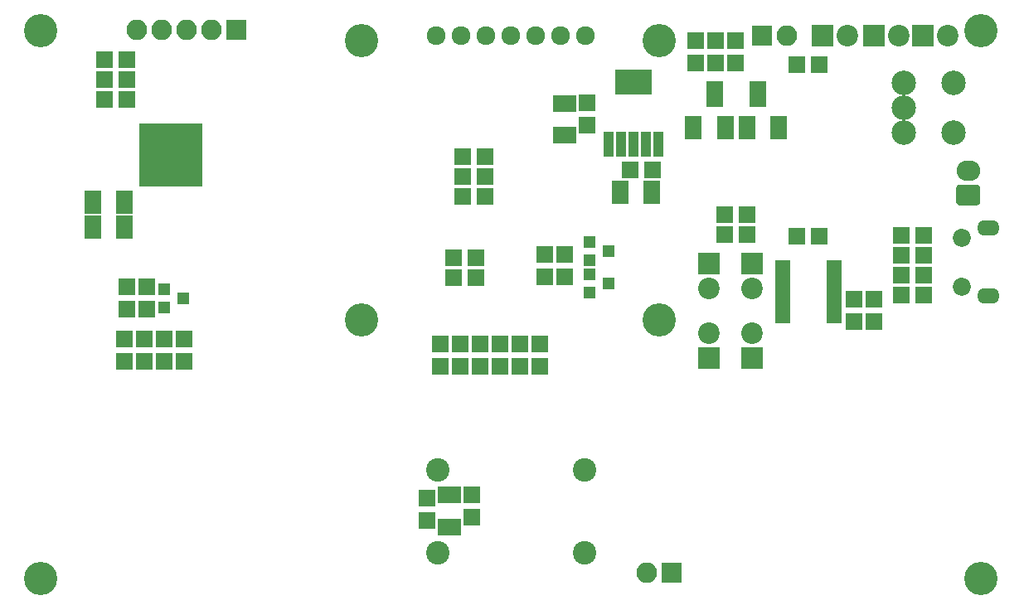
<source format=gbr>
G04 #@! TF.GenerationSoftware,KiCad,Pcbnew,(5.1.4)-1*
G04 #@! TF.CreationDate,2021-03-24T15:31:26+01:00*
G04 #@! TF.ProjectId,HRM,48524d2e-6b69-4636-9164-5f7063625858,rev?*
G04 #@! TF.SameCoordinates,Original*
G04 #@! TF.FileFunction,Soldermask,Bot*
G04 #@! TF.FilePolarity,Negative*
%FSLAX46Y46*%
G04 Gerber Fmt 4.6, Leading zero omitted, Abs format (unit mm)*
G04 Created by KiCad (PCBNEW (5.1.4)-1) date 2021-03-24 15:31:26*
%MOMM*%
%LPD*%
G04 APERTURE LIST*
%ADD10R,1.797000X1.670000*%
%ADD11C,3.400000*%
%ADD12C,1.924000*%
%ADD13R,1.670000X1.797000*%
%ADD14C,1.850000*%
%ADD15O,2.300000X1.600000*%
%ADD16C,0.100000*%
%ADD17C,2.100000*%
%ADD18O,2.400000X2.100000*%
%ADD19C,2.200000*%
%ADD20R,2.200000X2.200000*%
%ADD21R,1.300000X1.200000*%
%ADD22C,2.500000*%
%ADD23R,2.100000X2.100000*%
%ADD24O,2.100000X2.100000*%
%ADD25R,1.800000X0.700000*%
%ADD26R,1.000000X2.600000*%
%ADD27R,3.850000X2.550000*%
%ADD28O,1.670000X1.670000*%
%ADD29R,6.400000X6.400000*%
%ADD30R,1.600000X0.800000*%
%ADD31R,1.797000X2.432000*%
%ADD32R,2.432000X1.797000*%
%ADD33C,2.400000*%
G04 APERTURE END LIST*
D10*
X160497500Y-142875000D03*
X160497500Y-145161000D03*
D11*
X179650000Y-125000000D03*
X149250000Y-125000000D03*
X149250000Y-96500000D03*
X179650000Y-96500000D03*
D12*
X159370000Y-96000000D03*
X161910000Y-96000000D03*
X164450000Y-96000000D03*
X166990000Y-96000000D03*
X169530000Y-96000000D03*
X172070000Y-96000000D03*
X156830000Y-96000000D03*
D13*
X178893000Y-109745000D03*
X176607000Y-109745000D03*
D10*
X172250000Y-105143000D03*
X172250000Y-102857000D03*
D13*
X204304000Y-116384500D03*
X206590000Y-116384500D03*
X206590000Y-122480500D03*
X204304000Y-122480500D03*
X195922000Y-116448000D03*
X193636000Y-116448000D03*
D10*
X124968000Y-129286000D03*
X124968000Y-127000000D03*
X199478000Y-122925000D03*
X199478000Y-125211000D03*
X201510000Y-125211000D03*
X201510000Y-122925000D03*
X157226000Y-127508000D03*
X157226000Y-129794000D03*
X165354000Y-129794000D03*
X165354000Y-127508000D03*
X131064000Y-129286000D03*
X131064000Y-127000000D03*
D14*
X210537500Y-121615000D03*
X210537500Y-116615000D03*
D15*
X213237500Y-122615000D03*
X213237500Y-115615000D03*
D16*
G36*
X212083447Y-111208487D02*
G01*
X212113425Y-111212934D01*
X212142824Y-111220298D01*
X212171358Y-111230508D01*
X212198755Y-111243465D01*
X212224750Y-111259046D01*
X212249092Y-111277100D01*
X212271548Y-111297452D01*
X212291900Y-111319908D01*
X212309954Y-111344250D01*
X212325535Y-111370245D01*
X212338492Y-111397642D01*
X212348702Y-111426176D01*
X212356066Y-111455575D01*
X212360513Y-111485553D01*
X212362000Y-111515823D01*
X212362000Y-112998177D01*
X212360513Y-113028447D01*
X212356066Y-113058425D01*
X212348702Y-113087824D01*
X212338492Y-113116358D01*
X212325535Y-113143755D01*
X212309954Y-113169750D01*
X212291900Y-113194092D01*
X212271548Y-113216548D01*
X212249092Y-113236900D01*
X212224750Y-113254954D01*
X212198755Y-113270535D01*
X212171358Y-113283492D01*
X212142824Y-113293702D01*
X212113425Y-113301066D01*
X212083447Y-113305513D01*
X212053177Y-113307000D01*
X210270823Y-113307000D01*
X210240553Y-113305513D01*
X210210575Y-113301066D01*
X210181176Y-113293702D01*
X210152642Y-113283492D01*
X210125245Y-113270535D01*
X210099250Y-113254954D01*
X210074908Y-113236900D01*
X210052452Y-113216548D01*
X210032100Y-113194092D01*
X210014046Y-113169750D01*
X209998465Y-113143755D01*
X209985508Y-113116358D01*
X209975298Y-113087824D01*
X209967934Y-113058425D01*
X209963487Y-113028447D01*
X209962000Y-112998177D01*
X209962000Y-111515823D01*
X209963487Y-111485553D01*
X209967934Y-111455575D01*
X209975298Y-111426176D01*
X209985508Y-111397642D01*
X209998465Y-111370245D01*
X210014046Y-111344250D01*
X210032100Y-111319908D01*
X210052452Y-111297452D01*
X210074908Y-111277100D01*
X210099250Y-111259046D01*
X210125245Y-111243465D01*
X210152642Y-111230508D01*
X210181176Y-111220298D01*
X210210575Y-111212934D01*
X210240553Y-111208487D01*
X210270823Y-111207000D01*
X212053177Y-111207000D01*
X212083447Y-111208487D01*
X212083447Y-111208487D01*
G37*
D17*
X211162000Y-112257000D03*
D18*
X211162000Y-109757000D03*
D11*
X212493000Y-151478000D03*
X116493000Y-95478000D03*
X116493000Y-151478000D03*
X212493000Y-95478000D03*
D19*
X209040000Y-96000000D03*
D20*
X206500000Y-96000000D03*
X201500000Y-96000000D03*
D19*
X204040000Y-96000000D03*
D20*
X189103000Y-119253000D03*
D19*
X189103000Y-121793000D03*
X184658000Y-121790000D03*
D20*
X184658000Y-119250000D03*
D19*
X198790000Y-96000000D03*
D20*
X196250000Y-96000000D03*
D19*
X189103000Y-126365000D03*
D20*
X189103000Y-128905000D03*
X184658000Y-128905000D03*
D19*
X184658000Y-126365000D03*
D21*
X172482000Y-118933000D03*
X172482000Y-117033000D03*
X174482000Y-117983000D03*
X172482000Y-122235000D03*
X172482000Y-120335000D03*
X174482000Y-121285000D03*
D13*
X206590000Y-118416500D03*
X204304000Y-118416500D03*
X204304000Y-120448500D03*
X206590000Y-120448500D03*
D10*
X183315000Y-96488500D03*
X183315000Y-98774500D03*
X185347000Y-98774500D03*
X185347000Y-96488500D03*
X187377000Y-96488500D03*
X187377000Y-98774500D03*
D13*
X159512000Y-110363000D03*
X161798000Y-110363000D03*
D10*
X127254000Y-123952000D03*
X127254000Y-121666000D03*
D13*
X159512000Y-108331000D03*
X161798000Y-108331000D03*
D10*
X127000000Y-129286000D03*
X127000000Y-127000000D03*
D13*
X195961000Y-98933000D03*
X193675000Y-98933000D03*
X160890000Y-120709000D03*
X158604000Y-120709000D03*
X160890000Y-118677000D03*
X158604000Y-118677000D03*
D10*
X169926000Y-118364000D03*
X169926000Y-120650000D03*
D13*
X188595000Y-114300000D03*
X186309000Y-114300000D03*
X186309000Y-116332000D03*
X188595000Y-116332000D03*
X122936000Y-102489000D03*
X125222000Y-102489000D03*
X125222000Y-100457000D03*
X122936000Y-100457000D03*
X125222000Y-98425000D03*
X122936000Y-98425000D03*
D10*
X167894000Y-118364000D03*
X167894000Y-120650000D03*
X129032000Y-127000000D03*
X129032000Y-129286000D03*
X159258000Y-127508000D03*
X159258000Y-129794000D03*
X167386000Y-127508000D03*
X167386000Y-129794000D03*
D22*
X209638000Y-100827000D03*
X209638000Y-105907000D03*
X204558000Y-100827000D03*
X204558000Y-103367000D03*
X204558000Y-105907000D03*
D23*
X190119000Y-96012000D03*
D24*
X192659000Y-96012000D03*
D25*
X185306000Y-102949500D03*
X185306000Y-102449500D03*
X185306000Y-101949500D03*
X185306000Y-101449500D03*
X185306000Y-100949500D03*
X189706000Y-100949500D03*
X189706000Y-101449500D03*
X189706000Y-101949500D03*
X189706000Y-102449500D03*
X189706000Y-102949500D03*
D26*
X175704000Y-107040500D03*
X178244000Y-107040500D03*
D27*
X176974000Y-100740500D03*
D26*
X176974000Y-107040500D03*
X174434000Y-107040500D03*
X179514000Y-107040500D03*
D28*
X129750000Y-107885000D03*
X127845000Y-109790000D03*
X127845000Y-106615000D03*
X131655000Y-106615000D03*
X131655000Y-109790000D03*
D29*
X129750000Y-108185000D03*
D21*
X129048000Y-123759000D03*
X129048000Y-121859000D03*
X131048000Y-122809000D03*
D30*
X192242500Y-125020500D03*
X192242500Y-124385500D03*
X192242500Y-123750500D03*
X192242500Y-123115500D03*
X192242500Y-122480500D03*
X192242500Y-121845500D03*
X192242500Y-121210500D03*
X192242500Y-120575500D03*
X192242500Y-119940500D03*
X192242500Y-119305500D03*
X197442500Y-119305500D03*
X197442500Y-119940500D03*
X197442500Y-120575500D03*
X197442500Y-121210500D03*
X197442500Y-121845500D03*
X197442500Y-122480500D03*
X197442500Y-123115500D03*
X197442500Y-123750500D03*
X197442500Y-124385500D03*
X197442500Y-125020500D03*
D31*
X125044200Y-113030000D03*
X121793000Y-113030000D03*
X125044200Y-115570000D03*
X121793000Y-115570000D03*
X183111800Y-105378500D03*
X186363000Y-105378500D03*
X178875600Y-112031000D03*
X175624400Y-112031000D03*
D32*
X170000000Y-106146600D03*
X170000000Y-102895400D03*
D31*
X188547400Y-105378500D03*
X191798600Y-105378500D03*
D32*
X158211500Y-146160100D03*
X158211500Y-142908900D03*
D10*
X125222000Y-123952000D03*
X125222000Y-121666000D03*
X155925500Y-143264500D03*
X155925500Y-145550500D03*
D23*
X136398000Y-95377000D03*
D24*
X133858000Y-95377000D03*
X131318000Y-95377000D03*
X128778000Y-95377000D03*
X126238000Y-95377000D03*
D13*
X159512000Y-112395000D03*
X161798000Y-112395000D03*
D23*
X180843000Y-150878000D03*
D24*
X178303000Y-150878000D03*
D10*
X161290000Y-129794000D03*
X161290000Y-127508000D03*
X163322000Y-129794000D03*
X163322000Y-127508000D03*
D33*
X171987000Y-140315000D03*
X156987000Y-140315000D03*
X171987000Y-148792000D03*
X156987000Y-148792000D03*
M02*

</source>
